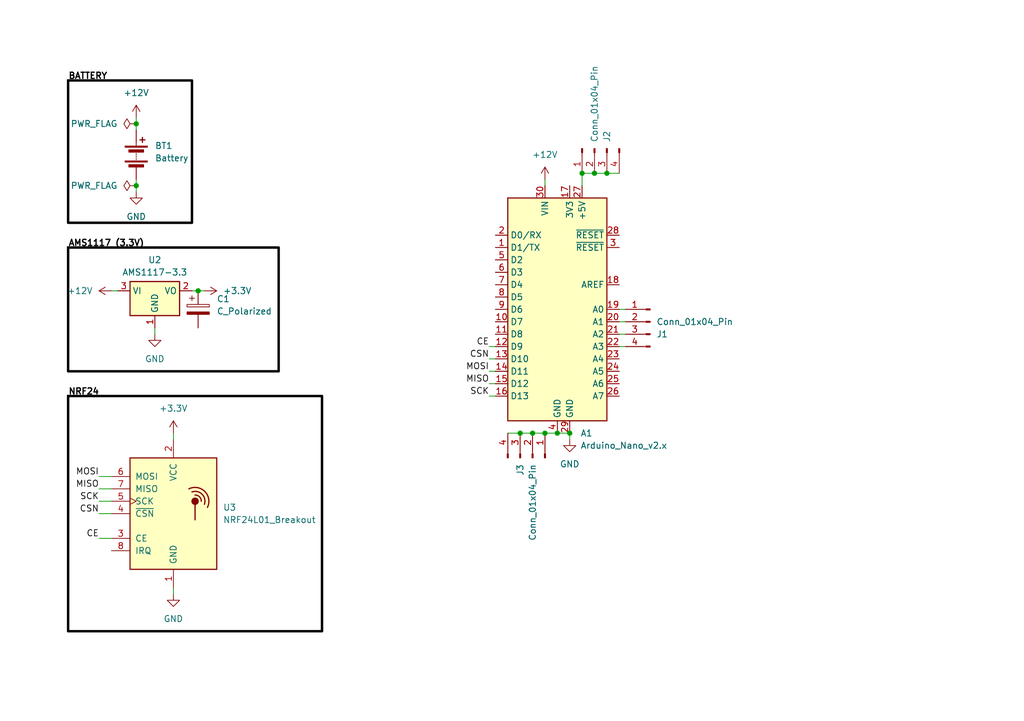
<source format=kicad_sch>
(kicad_sch (version 20230121) (generator eeschema)
  (paper "A5")
  (title_block (title "Arduino Nano Radio Transmitter") (date "2023-09-21") (rev "0") (company "N/A") (comment 1 "N/A"))
  (lib_symbols
    (symbol "Connector:Conn_01x04_Pin" (pin_names (offset 1.016) hide)
      (property "Reference" "J" (at 0 5.08 0))
      (property "Value" "Conn_01x04_Pin" (at 0 -7.62 0))
      (symbol "Conn_01x04_Pin_1_1"
        (polyline (pts (xy 1.27 -5.08) (xy 0.8636 -5.08)) (stroke (width 0.1524)))
        (polyline (pts (xy 1.27 -2.54) (xy 0.8636 -2.54)) (stroke (width 0.1524)))
        (polyline (pts (xy 1.27 0) (xy 0.8636 0)) (stroke (width 0.1524)))
        (polyline (pts (xy 1.27 2.54) (xy 0.8636 2.54)) (stroke (width 0.1524)))
        (rectangle (start 0.8636 -4.953) (end 0 -5.207) (stroke (width 0.1524)) (fill (type outline)))
        (rectangle (start 0.8636 -2.413) (end 0 -2.667) (stroke (width 0.1524)) (fill (type outline)))
        (rectangle (start 0.8636 0.127) (end 0 -0.127) (stroke (width 0.1524)) (fill (type outline)))
        (rectangle (start 0.8636 2.667) (end 0 2.413) (stroke (width 0.1524)) (fill (type outline)))
        (pin passive line (at 5.08 2.54 180) (length 3.81) (name "Pin_1") (number "1"))
        (pin passive line (at 5.08 0 180) (length 3.81) (name "Pin_2") (number "2"))
        (pin passive line (at 5.08 -2.54 180) (length 3.81) (name "Pin_3") (number "3"))
        (pin passive line (at 5.08 -5.08 180) (length 3.81) (name "Pin_4") (number "4"))
      )
    )
    (symbol "Device:Battery" (pin_numbers hide) (pin_names (offset 0) hide)
      (property "Reference" "BT" (at 2.54 2.54 0))
      (property "Value" "Battery" (at 2.54 0 0))
      (symbol "Battery_0_1"
        (rectangle (start -2.286 -1.27) (end 2.286 -1.524) (fill (type outline)))
        (rectangle (start -2.286 1.778) (end 2.286 1.524) (fill (type outline)))
        (rectangle (start -1.524 -2.032) (end 1.524 -2.54) (fill (type outline)))
        (rectangle (start -1.524 1.016) (end 1.524 0.508) (fill (type outline)))
        (polyline (pts (xy 0 -1.016) (xy 0 -0.762)))
        (polyline (pts (xy 0 -0.508) (xy 0 -0.254)))
        (polyline (pts (xy 0 0) (xy 0 0.254)))
        (polyline (pts (xy 0 1.778) (xy 0 2.54)))
        (polyline (pts (xy 0.762 3.048) (xy 1.778 3.048)) (stroke (width 0.254)))
        (polyline (pts (xy 1.27 3.556) (xy 1.27 2.54)) (stroke (width 0.254)))
      )
      (symbol "Battery_1_1"
        (pin passive line (at 0 5.08 270) (length 2.54) (name "+") (number "1"))
        (pin passive line (at 0 -5.08 90) (length 2.54) (name "-") (number "2"))
      )
    )
    (symbol "Device:C_Polarized" (pin_numbers hide) (pin_names (offset 0.254))
      (property "Reference" "C" (at 0.635 2.54 0))
      (property "Value" "C_Polarized" (at 0.635 -2.54 0))
      (symbol "C_Polarized_0_1"
        (rectangle (start -2.286 0.508) (end 2.286 1.016))
        (polyline (pts (xy -1.778 2.286) (xy -0.762 2.286)))
        (polyline (pts (xy -1.27 2.794) (xy -1.27 1.778)))
        (rectangle (start 2.286 -0.508) (end -2.286 -1.016) (fill (type outline)))
      )
      (symbol "C_Polarized_1_1"
        (pin passive line (at 0 3.81 270) (length 2.794) (name "~") (number "1"))
        (pin passive line (at 0 -3.81 90) (length 2.794) (name "~") (number "2"))
      )
    )
    (symbol "MCU_Module:Arduino_Nano_v2.x"
      (property "Reference" "A" (at -10.16 23.495 0))
      (property "Value" "Arduino_Nano_v2.x" (at 5.08 -24.13 0))
      (symbol "Arduino_Nano_v2.x_0_1"
        (rectangle (start -10.16 22.86) (end 10.16 -22.86) (stroke (width 0.254)) (fill (type background)))
      )
      (symbol "Arduino_Nano_v2.x_1_1"
        (pin bidirectional line (at -12.7 12.7 0) (length 2.54) (name "D1/TX") (number "1"))
        (pin bidirectional line (at -12.7 -2.54 0) (length 2.54) (name "D7") (number "10"))
        (pin bidirectional line (at -12.7 -5.08 0) (length 2.54) (name "D8") (number "11"))
        (pin bidirectional line (at -12.7 -7.62 0) (length 2.54) (name "D9") (number "12"))
        (pin bidirectional line (at -12.7 -10.16 0) (length 2.54) (name "D10") (number "13"))
        (pin bidirectional line (at -12.7 -12.7 0) (length 2.54) (name "D11") (number "14"))
        (pin bidirectional line (at -12.7 -15.24 0) (length 2.54) (name "D12") (number "15"))
        (pin bidirectional line (at -12.7 -17.78 0) (length 2.54) (name "D13") (number "16"))
        (pin power_out line (at 2.54 25.4 270) (length 2.54) (name "3V3") (number "17"))
        (pin input line (at 12.7 5.08 180) (length 2.54) (name "AREF") (number "18"))
        (pin bidirectional line (at 12.7 0 180) (length 2.54) (name "A0") (number "19"))
        (pin bidirectional line (at -12.7 15.24 0) (length 2.54) (name "D0/RX") (number "2"))
        (pin bidirectional line (at 12.7 -2.54 180) (length 2.54) (name "A1") (number "20"))
        (pin bidirectional line (at 12.7 -5.08 180) (length 2.54) (name "A2") (number "21"))
        (pin bidirectional line (at 12.7 -7.62 180) (length 2.54) (name "A3") (number "22"))
        (pin bidirectional line (at 12.7 -10.16 180) (length 2.54) (name "A4") (number "23"))
        (pin bidirectional line (at 12.7 -12.7 180) (length 2.54) (name "A5") (number "24"))
        (pin bidirectional line (at 12.7 -15.24 180) (length 2.54) (name "A6") (number "25"))
        (pin bidirectional line (at 12.7 -17.78 180) (length 2.54) (name "A7") (number "26"))
        (pin power_out line (at 5.08 25.4 270) (length 2.54) (name "+5V") (number "27"))
        (pin input line (at 12.7 15.24 180) (length 2.54) (name "~{RESET}") (number "28"))
        (pin power_in line (at 2.54 -25.4 90) (length 2.54) (name "GND") (number "29"))
        (pin input line (at 12.7 12.7 180) (length 2.54) (name "~{RESET}") (number "3"))
        (pin power_in line (at -2.54 25.4 270) (length 2.54) (name "VIN") (number "30"))
        (pin power_in line (at 0 -25.4 90) (length 2.54) (name "GND") (number "4"))
        (pin bidirectional line (at -12.7 10.16 0) (length 2.54) (name "D2") (number "5"))
        (pin bidirectional line (at -12.7 7.62 0) (length 2.54) (name "D3") (number "6"))
        (pin bidirectional line (at -12.7 5.08 0) (length 2.54) (name "D4") (number "7"))
        (pin bidirectional line (at -12.7 2.54 0) (length 2.54) (name "D5") (number "8"))
        (pin bidirectional line (at -12.7 0 0) (length 2.54) (name "D6") (number "9"))
      )
    )
    (symbol "RF:NRF24L01_Breakout" (pin_names (offset 1.016))
      (property "Reference" "U" (at -8.89 12.7 0))
      (property "Value" "NRF24L01_Breakout" (at 3.81 12.7 0))
      (symbol "NRF24L01_Breakout_0_1"
        (rectangle (start -8.89 11.43) (end 8.89 -11.43) (stroke (width 0.254)) (fill (type background)))
        (polyline (pts (xy 4.445 1.905) (xy 4.445 -1.27)) (stroke (width 0.254)))
        (circle (center 4.445 2.54) (radius 0.635) (stroke (width 0.254)) (fill (type outline)))
        (arc (start 5.715 2.54) (mid 5.3521 3.4546) (end 4.445 3.81) (stroke (width 0.254)))
        (arc (start 6.35 1.905) (mid 5.8763 3.9854) (end 3.81 4.445) (stroke (width 0.254)))
        (arc (start 6.985 1.27) (mid 6.453 4.548) (end 3.175 5.08) (stroke (width 0.254)))
      )
      (symbol "NRF24L01_Breakout_1_1"
        (pin power_in line (at 0 -15.24 90) (length 3.81) (name "GND") (number "1"))
        (pin power_in line (at 0 15.24 270) (length 3.81) (name "VCC") (number "2"))
        (pin input line (at -12.7 -5.08 0) (length 3.81) (name "CE") (number "3"))
        (pin input line (at -12.7 0 0) (length 3.81) (name "~{CSN}") (number "4"))
        (pin input clock (at -12.7 2.54 0) (length 3.81) (name "SCK") (number "5"))
        (pin input line (at -12.7 7.62 0) (length 3.81) (name "MOSI") (number "6"))
        (pin output line (at -12.7 5.08 0) (length 3.81) (name "MISO") (number "7"))
        (pin output line (at -12.7 -7.62 0) (length 3.81) (name "IRQ") (number "8"))
      )
    )
    (symbol "Regulator_Linear:AMS1117-3.3"
      (property "Reference" "U" (at -3.81 3.175 0))
      (property "Value" "AMS1117-3.3" (at 0 3.175 0))
      (symbol "AMS1117-3.3_0_1"
        (rectangle (start -5.08 -5.08) (end 5.08 1.905) (stroke (width 0.254)) (fill (type background)))
      )
      (symbol "AMS1117-3.3_1_1"
        (pin power_in line (at 0 -7.62 90) (length 2.54) (name "GND") (number "1"))
        (pin power_out line (at 7.62 0 180) (length 2.54) (name "VO") (number "2"))
        (pin power_in line (at -7.62 0 0) (length 2.54) (name "VI") (number "3"))
      )
    )
    (symbol "power:+12V" (power) (pin_names (offset 0))
      (property "Value" "+12V" (at 0 3.556 0))
      (symbol "+12V_0_1"
        (polyline (pts (xy -0.762 1.27) (xy 0 2.54)))
        (polyline (pts (xy 0 0) (xy 0 2.54)))
        (polyline (pts (xy 0 2.54) (xy 0.762 1.27)))
      )
      (symbol "+12V_1_1"
        (pin power_in line (at 0 0 90) (length 0) hide (name "+12V") (number "1"))
      )
    )
    (symbol "power:+3.3V" (power) (pin_names (offset 0))
      (property "Value" "+3.3V" (at 0 3.556 0))
      (symbol "+3.3V_0_1"
        (polyline (pts (xy -0.762 1.27) (xy 0 2.54)))
        (polyline (pts (xy 0 0) (xy 0 2.54)))
        (polyline (pts (xy 0 2.54) (xy 0.762 1.27)))
      )
      (symbol "+3.3V_1_1"
        (pin power_in line (at 0 0 90) (length 0) hide (name "+3.3V") (number "1"))
      )
    )
    (symbol "power:GND" (power) (pin_names (offset 0))
      (property "Value" "GND" (at 0 -3.81 0))
      (symbol "GND_0_1"
        (polyline (pts (xy 0 0) (xy 0 -1.27) (xy 1.27 -1.27) (xy 0 -2.54) (xy -1.27 -1.27) (xy 0 -1.27)))
      )
      (symbol "GND_1_1"
        (pin power_in line (at 0 0 270) (length 0) hide (name "GND") (number "1"))
      )
    )
    (symbol "power:PWR_FLAG" (power) (pin_numbers hide) (pin_names (offset 0) hide)
      (property "Value" "PWR_FLAG" (at 0 3.81 0))
      (symbol "PWR_FLAG_0_0"
        (pin power_out line (at 0 0 90) (length 0) (name "pwr") (number "1"))
      )
      (symbol "PWR_FLAG_0_1"
        (polyline (pts (xy 0 0) (xy 0 1.27) (xy -1.016 1.905) (xy 0 2.54) (xy 1.016 1.905) (xy 0 1.27)))
      )
    )
  )
  (junction (at 109.22 88.9))
  (junction (at 116.84 88.9))
  (junction (at 114.3 88.9))
  (junction (at 119.38 35.56))
  (junction (at 40.64 59.69))
  (junction (at 121.92 35.56))
  (junction (at 124.46 35.56))
  (junction (at 27.94 38.1))
  (junction (at 27.94 25.4))
  (junction (at 106.68 88.9))
  (junction (at 111.76 88.9))
  (wire (pts (xy 119.38 35.56) (xy 119.38 38.1)))
  (wire (pts (xy 20.32 105.41) (xy 22.86 105.41)))
  (wire (pts (xy 40.64 59.69) (xy 41.91 59.69)))
  (wire (pts (xy 116.84 88.9) (xy 116.84 90.17)))
  (wire (pts (xy 20.32 110.49) (xy 22.86 110.49)))
  (wire (pts (xy 100.33 76.2) (xy 101.6 76.2)))
  (wire (pts (xy 119.38 35.56) (xy 121.92 35.56)))
  (wire (pts (xy 20.32 97.79) (xy 22.86 97.79)))
  (wire (pts (xy 27.94 38.1) (xy 27.94 39.37)))
  (wire (pts (xy 111.76 88.9) (xy 109.22 88.9)))
  (wire (pts (xy 100.33 73.66) (xy 101.6 73.66)))
  (wire (pts (xy 111.76 88.9) (xy 114.3 88.9)))
  (wire (pts (xy 127 63.5) (xy 128.27 63.5)))
  (wire (pts (xy 127 68.58) (xy 128.27 68.58)))
  (wire (pts (xy 114.3 88.9) (xy 116.84 88.9)))
  (wire (pts (xy 27.94 25.4) (xy 27.94 26.67)))
  (wire (pts (xy 39.37 59.69) (xy 40.64 59.69)))
  (wire (pts (xy 111.76 36.83) (xy 111.76 38.1)))
  (wire (pts (xy 27.94 24.13) (xy 27.94 25.4)))
  (wire (pts (xy 127 71.12) (xy 128.27 71.12)))
  (wire (pts (xy 127 66.04) (xy 128.27 66.04)))
  (wire (pts (xy 20.32 100.33) (xy 22.86 100.33)))
  (wire (pts (xy 31.75 67.31) (xy 31.75 68.58)))
  (wire (pts (xy 106.68 88.9) (xy 104.14 88.9)))
  (wire (pts (xy 100.33 81.28) (xy 101.6 81.28)))
  (wire (pts (xy 121.92 35.56) (xy 124.46 35.56)))
  (wire (pts (xy 100.33 71.12) (xy 101.6 71.12)))
  (wire (pts (xy 20.32 102.87) (xy 22.86 102.87)))
  (wire (pts (xy 109.22 88.9) (xy 106.68 88.9)))
  (wire (pts (xy 35.56 88.9) (xy 35.56 90.17)))
  (wire (pts (xy 124.46 35.56) (xy 127 35.56)))
  (wire (pts (xy 27.94 36.83) (xy 27.94 38.1)))
  (wire (pts (xy 35.56 120.65) (xy 35.56 121.92)))
  (wire (pts (xy 22.86 59.69) (xy 24.13 59.69)))
  (wire (pts (xy 100.33 78.74) (xy 101.6 78.74)))
  (rectangle (start 13.97 81.28) (end 66.04 129.54) (stroke (width 0.5) (color 0 0 0 1)))
  (rectangle (start 13.97 50.8) (end 57.15 76.2) (stroke (width 0.5) (color 0 0 0 1)))
  (rectangle (start 13.97 16.51) (end 39.37 45.72) (stroke (width 0.5) (color 0 0 0 1)))
  (text "BATTERY" (at 13.97 16.51 0) (effects (font (size 1.27 1.27) (thickness 0.254) bold) (justify left bottom)))
  (text "NRF24" (at 13.97 81.28 0) (effects (font (size 1.27 1.27) (thickness 0.254) bold) (justify left bottom)))
  (text "AMS1117 (3.3V)" (at 13.97 50.8 0) (effects (font (size 1.27 1.27) (thickness 0.254) bold) (justify left bottom)))
  (label "MOSI" (at 20.32 97.79 180))
  (label "SCK" (at 100.33 81.28 180))
  (label "MISO" (at 20.32 100.33 180))
  (label "CSN" (at 20.32 105.41 180))
  (label "CE" (at 100.33 71.12 180))
  (label "MOSI" (at 100.33 76.2 180))
  (label "CSN" (at 100.33 73.66 180))
  (label "CE" (at 20.32 110.49 180))
  (label "MISO" (at 100.33 78.74 180))
  (label "SCK" (at 20.32 102.87 180))
  (symbol (lib_id "power:+12V") (at 111.76 36.83 0) (unit 1)
    (property "Reference" "#PWR09" (effects hide))
    (property "Value" "+12V" (at 111.76 31.75 0))
  )
  (symbol (lib_id "Regulator_Linear:AMS1117-3.3") (at 31.75 59.69 0) (unit 1)
    (property "Reference" "U2" (at 31.75 53.34 0))
    (property "Value" "AMS1117-3.3" (at 31.75 55.88 0))
    (property "Footprint" "Package_TO_SOT_SMD:SOT-223-3_TabPin2" (effects hide))
    (property "Datasheet" "http://www.advanced-monolithic.com/pdf/ds1117.pdf" (effects hide))
  )
  (symbol (lib_id "power:GND") (at 27.94 39.37 0) (unit 1)
    (property "Reference" "#PWR02" (effects hide))
    (property "Value" "GND" (at 27.94 44.45 0))
  )
  (symbol (lib_id "power:GND") (at 31.75 68.58 0) (unit 1)
    (property "Reference" "#PWR03" (effects hide))
    (property "Value" "GND" (at 31.75 73.66 0))
  )
  (symbol (lib_id "Device:Battery") (at 27.94 31.75 0) (unit 1)
    (property "Reference" "BT1" (at 31.75 29.9085 0) (effects (justify left)))
    (property "Value" "Battery" (at 31.75 32.4485 0) (effects (justify left)))
  )
  (symbol (lib_id "power:GND") (at 35.56 121.92 0) (unit 1)
    (property "Reference" "#PWR06" (effects hide))
    (property "Value" "GND" (at 35.56 127 0))
  )
  (symbol (lib_id "power:GND") (at 116.84 90.17 0) (unit 1)
    (property "Reference" "#PWR07" (effects hide))
    (property "Value" "GND" (at 116.84 95.25 0))
  )
  (symbol (lib_id "power:+3.3V") (at 35.56 88.9 0) (unit 1)
    (property "Reference" "#PWR05" (effects hide))
    (property "Value" "+3.3V" (at 35.56 83.82 0))
  )
  (symbol (lib_id "power:PWR_FLAG") (at 27.94 38.1 90) (unit 1)
    (property "Reference" "#FLG02" (effects hide))
    (property "Value" "PWR_FLAG" (at 24.13 38.1 90) (effects (justify left)))
  )
  (symbol (lib_id "Device:C_Polarized") (at 40.64 63.5 0) (unit 1)
    (property "Reference" "C1" (at 44.45 61.341 0) (effects (justify left)))
    (property "Value" "C_Polarized" (at 44.45 63.881 0) (effects (justify left)))
  )
  (symbol (lib_id "power:+3.3V") (at 41.91 59.69 270) (unit 1)
    (property "Reference" "#PWR04" (effects hide))
    (property "Value" "+3.3V" (at 45.72 59.69 90) (effects (justify left)))
  )
  (symbol (lib_id "Connector:Conn_01x04_Pin") (at 133.35 66.04 0) (mirror y) (unit 1)
    (property "Reference" "J1" (at 134.62 68.58 0) (effects (justify right)))
    (property "Value" "Conn_01x04_Pin" (at 134.62 66.04 0) (effects (justify right)))
  )
  (symbol (lib_id "Connector:Conn_01x04_Pin") (at 121.92 30.48 90) (mirror x) (unit 1)
    (property "Reference" "J2" (at 124.46 29.21 0) (effects (justify right)))
    (property "Value" "Conn_01x04_Pin" (at 121.92 29.21 0) (effects (justify right)))
  )
  (symbol (lib_id "power:+12V") (at 22.86 59.69 90) (unit 1)
    (property "Reference" "#PWR08" (effects hide))
    (property "Value" "+12V" (at 19.05 59.69 90) (effects (justify left)))
  )
  (symbol (lib_id "Connector:Conn_01x04_Pin") (at 109.22 93.98 270) (mirror x) (unit 1)
    (property "Reference" "J3" (at 106.68 95.25 0) (effects (justify right)))
    (property "Value" "Conn_01x04_Pin" (at 109.22 95.25 0) (effects (justify right)))
  )
  (symbol (lib_id "power:PWR_FLAG") (at 27.94 25.4 90) (unit 1)
    (property "Reference" "#FLG01" (effects hide))
    (property "Value" "PWR_FLAG" (at 24.13 25.4 90) (effects (justify left)))
  )
  (symbol (lib_id "power:+12V") (at 27.94 24.13 0) (unit 1)
    (property "Reference" "#PWR01" (effects hide))
    (property "Value" "+12V" (at 27.94 19.05 0))
  )
  (symbol (lib_id "MCU_Module:Arduino_Nano_v2.x") (at 114.3 63.5 0) (unit 1)
    (property "Reference" "A1" (at 119.0341 88.9 0) (effects (justify left)))
    (property "Value" "Arduino_Nano_v2.x" (at 119.0341 91.44 0) (effects (justify left)))
    (property "Footprint" "Module:Arduino_Nano" (effects hide))
    (property "Datasheet" "https://www.arduino.cc/en/uploads/Main/ArduinoNanoManual23.pdf" (effects hide))
  )
  (symbol (lib_id "RF:NRF24L01_Breakout") (at 35.56 105.41 0) (unit 1)
    (property "Reference" "U3" (at 45.72 104.14 0) (effects (justify left)))
    (property "Value" "NRF24L01_Breakout" (at 45.72 106.68 0) (effects (justify left)))
    (property "Footprint" "RF_Module:nRF24L01_Breakout" (effects hide))
    (property "Datasheet" "http://www.nordicsemi.com/eng/content/download/2730/34105/file/nRF24L01_Product_Specification_v2_0.pdf" (effects hide))
  )
)
</source>
